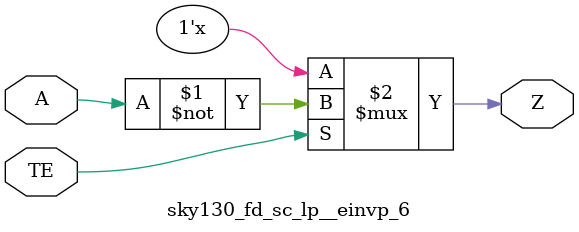
<source format=v>
module sky130_fd_sc_lp__einvp_6 (
    Z ,
    A ,
    TE
);
    output Z ;
    input  A ;
    input  TE;
    notif1 notif10 (Z     , A, TE          );
endmodule
</source>
